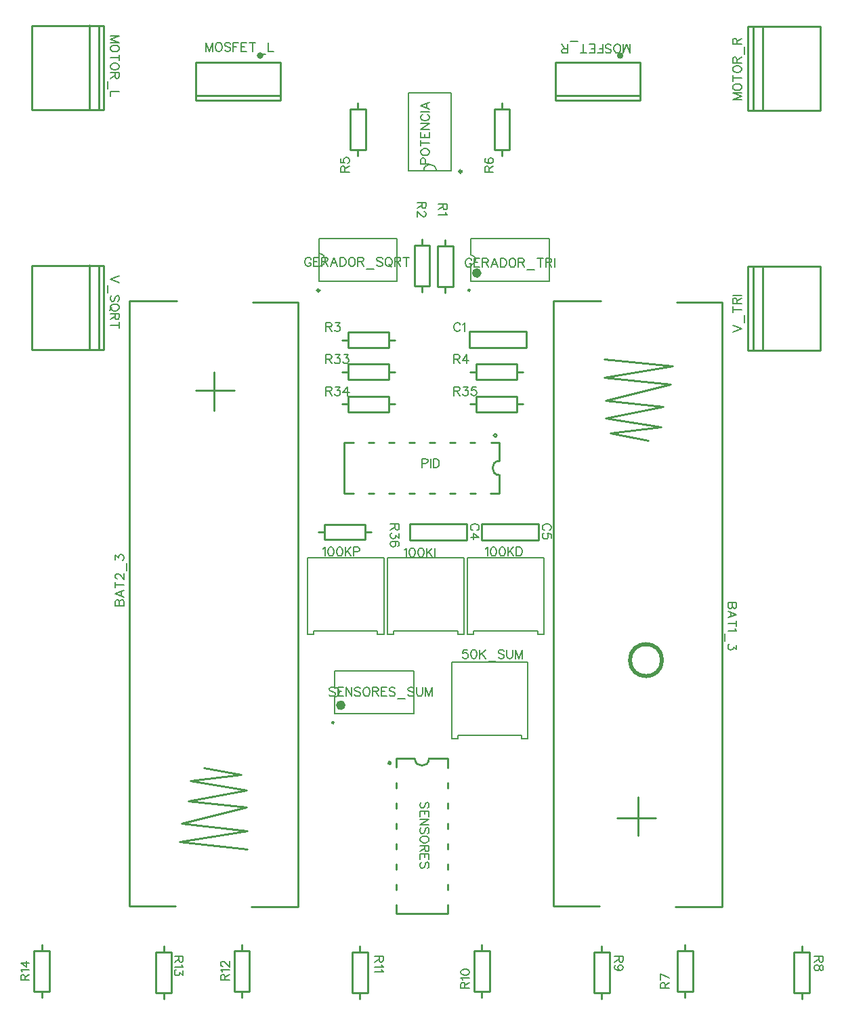
<source format=gto>
G04 Layer: TopSilkscreenLayer*
G04 EasyEDA v6.5.20, 2022-10-24 14:32:38*
G04 8d121422a4ac45e995a65f3fcbcb15b0,c6a1bf633b9a4ba285e4988a7d74c357,10*
G04 Gerber Generator version 0.2*
G04 Scale: 100 percent, Rotated: No, Reflected: No *
G04 Dimensions in millimeters *
G04 leading zeros omitted , absolute positions ,4 integer and 5 decimal *
%FSLAX45Y45*%
%MOMM*%

%ADD10C,0.1524*%
%ADD11C,0.2286*%
%ADD12C,0.2540*%
%ADD13C,0.2000*%
%ADD14C,0.2032*%
%ADD15C,0.2500*%
%ADD16C,0.6000*%
%ADD17C,0.2400*%
%ADD18C,0.4000*%
%ADD19C,0.5000*%
%ADD20C,0.3000*%
%ADD21C,0.0134*%

%LPD*%
D10*
X9799980Y1515336D02*
G01*
X9799980Y1406232D01*
X9799980Y1515336D02*
G01*
X9846739Y1515336D01*
X9862324Y1510141D01*
X9867521Y1504944D01*
X9872715Y1494553D01*
X9872715Y1484162D01*
X9867521Y1473771D01*
X9862324Y1468577D01*
X9846739Y1463382D01*
X9799980Y1463382D01*
X9836348Y1463382D02*
G01*
X9872715Y1406232D01*
X9958961Y1515336D02*
G01*
X9907005Y1442600D01*
X9984938Y1442600D01*
X9958961Y1515336D02*
G01*
X9958961Y1406232D01*
X8384694Y3800017D02*
G01*
X8493798Y3800017D01*
X8384694Y3800017D02*
G01*
X8384694Y3846776D01*
X8389889Y3862362D01*
X8395086Y3867558D01*
X8405477Y3872753D01*
X8415868Y3872753D01*
X8426259Y3867558D01*
X8431453Y3862362D01*
X8436648Y3846776D01*
X8436648Y3800017D01*
X8436648Y3836385D02*
G01*
X8493798Y3872753D01*
X8384694Y3969390D02*
G01*
X8384694Y3917434D01*
X8431453Y3912240D01*
X8426259Y3917434D01*
X8421062Y3933022D01*
X8421062Y3948607D01*
X8426259Y3964193D01*
X8436648Y3974584D01*
X8452236Y3979781D01*
X8462627Y3979781D01*
X8478212Y3974584D01*
X8488603Y3964193D01*
X8493798Y3948607D01*
X8493798Y3933022D01*
X8488603Y3917434D01*
X8483409Y3912240D01*
X8473018Y3907043D01*
X10184691Y3800043D02*
G01*
X10293794Y3800043D01*
X10184691Y3800043D02*
G01*
X10184691Y3846802D01*
X10189885Y3862387D01*
X10195082Y3867584D01*
X10205473Y3872778D01*
X10215864Y3872778D01*
X10226255Y3867584D01*
X10231450Y3862387D01*
X10236644Y3846802D01*
X10236644Y3800043D01*
X10236644Y3836410D02*
G01*
X10293794Y3872778D01*
X10200276Y3969415D02*
G01*
X10189885Y3964218D01*
X10184691Y3948633D01*
X10184691Y3938242D01*
X10189885Y3922656D01*
X10205473Y3912265D01*
X10231450Y3907068D01*
X10257426Y3907068D01*
X10278209Y3912265D01*
X10288600Y3922656D01*
X10293794Y3938242D01*
X10293794Y3943438D01*
X10288600Y3959024D01*
X10278209Y3969415D01*
X10262623Y3974609D01*
X10257426Y3974609D01*
X10241841Y3969415D01*
X10231450Y3959024D01*
X10226255Y3943438D01*
X10226255Y3938242D01*
X10231450Y3922656D01*
X10241841Y3912265D01*
X10257426Y3907068D01*
X8200009Y1515412D02*
G01*
X8200009Y1406309D01*
X8200009Y1515412D02*
G01*
X8246767Y1515412D01*
X8262353Y1510217D01*
X8267550Y1505021D01*
X8272744Y1494629D01*
X8272744Y1484238D01*
X8267550Y1473847D01*
X8262353Y1468653D01*
X8246767Y1463459D01*
X8200009Y1463459D01*
X8236376Y1463459D02*
G01*
X8272744Y1406309D01*
X8317425Y1515412D02*
G01*
X8374575Y1515412D01*
X8343404Y1473847D01*
X8358990Y1473847D01*
X8369381Y1468653D01*
X8374575Y1463459D01*
X8379772Y1447871D01*
X8379772Y1437479D01*
X8374575Y1421894D01*
X8364184Y1411503D01*
X8348598Y1406309D01*
X8333013Y1406309D01*
X8317425Y1411503D01*
X8312231Y1416697D01*
X8307034Y1427088D01*
X8424453Y1515412D02*
G01*
X8481603Y1515412D01*
X8450430Y1473847D01*
X8466015Y1473847D01*
X8476406Y1468653D01*
X8481603Y1463459D01*
X8486797Y1447871D01*
X8486797Y1437479D01*
X8481603Y1421894D01*
X8471212Y1411503D01*
X8455624Y1406309D01*
X8440038Y1406309D01*
X8424453Y1411503D01*
X8419256Y1416697D01*
X8414062Y1427088D01*
X8200059Y1115209D02*
G01*
X8200059Y1006106D01*
X8200059Y1115209D02*
G01*
X8246818Y1115209D01*
X8262404Y1110015D01*
X8267600Y1104818D01*
X8272795Y1094427D01*
X8272795Y1084036D01*
X8267600Y1073645D01*
X8262404Y1068451D01*
X8246818Y1063256D01*
X8200059Y1063256D01*
X8236427Y1063256D02*
G01*
X8272795Y1006106D01*
X8317476Y1115209D02*
G01*
X8374626Y1115209D01*
X8343455Y1073645D01*
X8359040Y1073645D01*
X8369432Y1068451D01*
X8374626Y1063256D01*
X8379823Y1047668D01*
X8379823Y1037277D01*
X8374626Y1021692D01*
X8364235Y1011301D01*
X8348649Y1006106D01*
X8333064Y1006106D01*
X8317476Y1011301D01*
X8312282Y1016495D01*
X8307085Y1026886D01*
X8466066Y1115209D02*
G01*
X8414113Y1042474D01*
X8492045Y1042474D01*
X8466066Y1115209D02*
G01*
X8466066Y1006106D01*
X9799980Y1115336D02*
G01*
X9799980Y1006233D01*
X9799980Y1115336D02*
G01*
X9846739Y1115336D01*
X9862324Y1110142D01*
X9867521Y1104945D01*
X9872715Y1094554D01*
X9872715Y1084163D01*
X9867521Y1073772D01*
X9862324Y1068577D01*
X9846739Y1063383D01*
X9799980Y1063383D01*
X9836348Y1063383D02*
G01*
X9872715Y1006233D01*
X9917396Y1115336D02*
G01*
X9974546Y1115336D01*
X9943376Y1073772D01*
X9958961Y1073772D01*
X9969352Y1068577D01*
X9974546Y1063383D01*
X9979743Y1047795D01*
X9979743Y1037404D01*
X9974546Y1021819D01*
X9964155Y1011427D01*
X9948570Y1006233D01*
X9932984Y1006233D01*
X9917396Y1011427D01*
X9912202Y1016622D01*
X9907005Y1027013D01*
X10076378Y1115336D02*
G01*
X10024424Y1115336D01*
X10019228Y1068577D01*
X10024424Y1073772D01*
X10040010Y1078969D01*
X10055595Y1078969D01*
X10071183Y1073772D01*
X10081574Y1063383D01*
X10086769Y1047795D01*
X10086769Y1037404D01*
X10081574Y1021819D01*
X10071183Y1011427D01*
X10055595Y1006233D01*
X10040010Y1006233D01*
X10024424Y1011427D01*
X10019228Y1016622D01*
X10014033Y1027013D01*
X9449838Y3416300D02*
G01*
X9340735Y3416300D01*
X9449838Y3416300D02*
G01*
X9449838Y3369541D01*
X9444644Y3353955D01*
X9439447Y3348758D01*
X9429056Y3343564D01*
X9418665Y3343564D01*
X9408274Y3348758D01*
X9403079Y3353955D01*
X9397885Y3369541D01*
X9397885Y3416300D01*
X9397885Y3379932D02*
G01*
X9340735Y3343564D01*
X9423862Y3304077D02*
G01*
X9429056Y3304077D01*
X9439447Y3298883D01*
X9444644Y3293686D01*
X9449838Y3283295D01*
X9449838Y3262515D01*
X9444644Y3252124D01*
X9439447Y3246927D01*
X9429056Y3241733D01*
X9418665Y3241733D01*
X9408274Y3246927D01*
X9392688Y3257318D01*
X9340735Y3309274D01*
X9340735Y3236536D01*
X9715319Y3399993D02*
G01*
X9606216Y3399993D01*
X9715319Y3399993D02*
G01*
X9715319Y3353234D01*
X9710125Y3337648D01*
X9704928Y3332452D01*
X9694537Y3327257D01*
X9684146Y3327257D01*
X9673755Y3332452D01*
X9668560Y3337648D01*
X9663366Y3353234D01*
X9663366Y3399993D01*
X9663366Y3363625D02*
G01*
X9606216Y3327257D01*
X9694537Y3292967D02*
G01*
X9699734Y3282576D01*
X9715319Y3266988D01*
X9606216Y3266988D01*
X9115320Y-599998D02*
G01*
X9006217Y-599998D01*
X9115320Y-599998D02*
G01*
X9115320Y-646757D01*
X9110126Y-662343D01*
X9104929Y-667539D01*
X9094538Y-672734D01*
X9084147Y-672734D01*
X9073756Y-667539D01*
X9068561Y-662343D01*
X9063367Y-646757D01*
X9063367Y-599998D01*
X9063367Y-636366D02*
G01*
X9006217Y-672734D01*
X9115320Y-717415D02*
G01*
X9115320Y-774565D01*
X9073756Y-743394D01*
X9073756Y-758979D01*
X9068561Y-769371D01*
X9063367Y-774565D01*
X9047779Y-779762D01*
X9037388Y-779762D01*
X9021803Y-774565D01*
X9011411Y-764174D01*
X9006217Y-748588D01*
X9006217Y-733003D01*
X9011411Y-717415D01*
X9016606Y-712221D01*
X9026997Y-707024D01*
X9099735Y-876396D02*
G01*
X9110126Y-871202D01*
X9115320Y-855614D01*
X9115320Y-845223D01*
X9110126Y-829637D01*
X9094538Y-819246D01*
X9068561Y-814052D01*
X9042585Y-814052D01*
X9021803Y-819246D01*
X9011411Y-829637D01*
X9006217Y-845223D01*
X9006217Y-850419D01*
X9011411Y-866005D01*
X9021803Y-876396D01*
X9037388Y-881593D01*
X9042585Y-881593D01*
X9058170Y-876396D01*
X9068561Y-866005D01*
X9073756Y-850419D01*
X9073756Y-845223D01*
X9068561Y-829637D01*
X9058170Y-819246D01*
X9042585Y-814052D01*
X13284657Y1799996D02*
G01*
X13393623Y1841652D01*
X13284657Y1883054D02*
G01*
X13393623Y1841652D01*
X13430199Y1917344D02*
G01*
X13430199Y2010816D01*
X13284657Y2081682D02*
G01*
X13393623Y2081682D01*
X13284657Y2045106D02*
G01*
X13284657Y2118004D01*
X13284657Y2152294D02*
G01*
X13393623Y2152294D01*
X13284657Y2152294D02*
G01*
X13284657Y2199030D01*
X13289737Y2214524D01*
X13295071Y2219858D01*
X13305485Y2224938D01*
X13315899Y2224938D01*
X13326313Y2219858D01*
X13331393Y2214524D01*
X13336473Y2199030D01*
X13336473Y2152294D01*
X13336473Y2188616D02*
G01*
X13393623Y2224938D01*
X13284657Y2259228D02*
G01*
X13393623Y2259228D01*
X5615304Y2499994D02*
G01*
X5506338Y2458338D01*
X5615304Y2416936D02*
G01*
X5506338Y2458338D01*
X5469763Y2382646D02*
G01*
X5469763Y2289175D01*
X5599811Y2181986D02*
G01*
X5610225Y2192401D01*
X5615304Y2207894D01*
X5615304Y2228722D01*
X5610225Y2244470D01*
X5599811Y2254884D01*
X5589397Y2254884D01*
X5578982Y2249551D01*
X5573648Y2244470D01*
X5568568Y2234056D01*
X5558154Y2202814D01*
X5553075Y2192401D01*
X5547740Y2187320D01*
X5537327Y2181986D01*
X5521832Y2181986D01*
X5511418Y2192401D01*
X5506338Y2207894D01*
X5506338Y2228722D01*
X5511418Y2244470D01*
X5521832Y2254884D01*
X5615304Y2116454D02*
G01*
X5610225Y2126868D01*
X5599811Y2137282D01*
X5589397Y2142617D01*
X5573648Y2147696D01*
X5547740Y2147696D01*
X5532247Y2142617D01*
X5521832Y2137282D01*
X5511418Y2126868D01*
X5506338Y2116454D01*
X5506338Y2095880D01*
X5511418Y2085467D01*
X5521832Y2075052D01*
X5532247Y2069718D01*
X5547740Y2064638D01*
X5573648Y2064638D01*
X5589397Y2069718D01*
X5599811Y2075052D01*
X5610225Y2085467D01*
X5615304Y2095880D01*
X5615304Y2116454D01*
X5526913Y2100960D02*
G01*
X5495925Y2069718D01*
X5615304Y2030348D02*
G01*
X5506338Y2030348D01*
X5615304Y2030348D02*
G01*
X5615304Y1983612D01*
X5610225Y1967864D01*
X5604890Y1962784D01*
X5594477Y1957704D01*
X5584063Y1957704D01*
X5573648Y1962784D01*
X5568568Y1967864D01*
X5563488Y1983612D01*
X5563488Y2030348D01*
X5563488Y1994026D02*
G01*
X5506338Y1957704D01*
X5615304Y1886838D02*
G01*
X5506338Y1886838D01*
X5615304Y1923414D02*
G01*
X5615304Y1850517D01*
X8314994Y-2656052D02*
G01*
X8304580Y-2645638D01*
X8289086Y-2640558D01*
X8268258Y-2640558D01*
X8252764Y-2645638D01*
X8242350Y-2656052D01*
X8242350Y-2666466D01*
X8247430Y-2676880D01*
X8252764Y-2682214D01*
X8263178Y-2687294D01*
X8294166Y-2697708D01*
X8304580Y-2702788D01*
X8309914Y-2708122D01*
X8314994Y-2718536D01*
X8314994Y-2734030D01*
X8304580Y-2744444D01*
X8289086Y-2749778D01*
X8268258Y-2749778D01*
X8252764Y-2744444D01*
X8242350Y-2734030D01*
X8349284Y-2640558D02*
G01*
X8349284Y-2749778D01*
X8349284Y-2640558D02*
G01*
X8416848Y-2640558D01*
X8349284Y-2692628D02*
G01*
X8390940Y-2692628D01*
X8349284Y-2749778D02*
G01*
X8416848Y-2749778D01*
X8451138Y-2640558D02*
G01*
X8451138Y-2749778D01*
X8451138Y-2640558D02*
G01*
X8523782Y-2749778D01*
X8523782Y-2640558D02*
G01*
X8523782Y-2749778D01*
X8630970Y-2656052D02*
G01*
X8620556Y-2645638D01*
X8605062Y-2640558D01*
X8584234Y-2640558D01*
X8568486Y-2645638D01*
X8558072Y-2656052D01*
X8558072Y-2666466D01*
X8563406Y-2676880D01*
X8568486Y-2682214D01*
X8578900Y-2687294D01*
X8610142Y-2697708D01*
X8620556Y-2702788D01*
X8625636Y-2708122D01*
X8630970Y-2718536D01*
X8630970Y-2734030D01*
X8620556Y-2744444D01*
X8605062Y-2749778D01*
X8584234Y-2749778D01*
X8568486Y-2744444D01*
X8558072Y-2734030D01*
X8696502Y-2640558D02*
G01*
X8686088Y-2645638D01*
X8675674Y-2656052D01*
X8670340Y-2666466D01*
X8665260Y-2682214D01*
X8665260Y-2708122D01*
X8670340Y-2723616D01*
X8675674Y-2734030D01*
X8686088Y-2744444D01*
X8696502Y-2749778D01*
X8717076Y-2749778D01*
X8727490Y-2744444D01*
X8737904Y-2734030D01*
X8743238Y-2723616D01*
X8748318Y-2708122D01*
X8748318Y-2682214D01*
X8743238Y-2666466D01*
X8737904Y-2656052D01*
X8727490Y-2645638D01*
X8717076Y-2640558D01*
X8696502Y-2640558D01*
X8782608Y-2640558D02*
G01*
X8782608Y-2749778D01*
X8782608Y-2640558D02*
G01*
X8829344Y-2640558D01*
X8845092Y-2645638D01*
X8850172Y-2650972D01*
X8855252Y-2661386D01*
X8855252Y-2671800D01*
X8850172Y-2682214D01*
X8845092Y-2687294D01*
X8829344Y-2692628D01*
X8782608Y-2692628D01*
X8818930Y-2692628D02*
G01*
X8855252Y-2749778D01*
X8889542Y-2640558D02*
G01*
X8889542Y-2749778D01*
X8889542Y-2640558D02*
G01*
X8957106Y-2640558D01*
X8889542Y-2692628D02*
G01*
X8931198Y-2692628D01*
X8889542Y-2749778D02*
G01*
X8957106Y-2749778D01*
X9064294Y-2656052D02*
G01*
X9053880Y-2645638D01*
X9038132Y-2640558D01*
X9017558Y-2640558D01*
X9001810Y-2645638D01*
X8991396Y-2656052D01*
X8991396Y-2666466D01*
X8996730Y-2676880D01*
X9001810Y-2682214D01*
X9012224Y-2687294D01*
X9043466Y-2697708D01*
X9053880Y-2702788D01*
X9058960Y-2708122D01*
X9064294Y-2718536D01*
X9064294Y-2734030D01*
X9053880Y-2744444D01*
X9038132Y-2749778D01*
X9017558Y-2749778D01*
X9001810Y-2744444D01*
X8991396Y-2734030D01*
X9098584Y-2786100D02*
G01*
X9192056Y-2786100D01*
X9298990Y-2656052D02*
G01*
X9288576Y-2645638D01*
X9273082Y-2640558D01*
X9252254Y-2640558D01*
X9236760Y-2645638D01*
X9226346Y-2656052D01*
X9226346Y-2666466D01*
X9231426Y-2676880D01*
X9236760Y-2682214D01*
X9247174Y-2687294D01*
X9278162Y-2697708D01*
X9288576Y-2702788D01*
X9293910Y-2708122D01*
X9298990Y-2718536D01*
X9298990Y-2734030D01*
X9288576Y-2744444D01*
X9273082Y-2749778D01*
X9252254Y-2749778D01*
X9236760Y-2744444D01*
X9226346Y-2734030D01*
X9333280Y-2640558D02*
G01*
X9333280Y-2718536D01*
X9338614Y-2734030D01*
X9349028Y-2744444D01*
X9364522Y-2749778D01*
X9374936Y-2749778D01*
X9390430Y-2744444D01*
X9400844Y-2734030D01*
X9406178Y-2718536D01*
X9406178Y-2640558D01*
X9440468Y-2640558D02*
G01*
X9440468Y-2749778D01*
X9440468Y-2640558D02*
G01*
X9481870Y-2749778D01*
X9523526Y-2640558D02*
G01*
X9481870Y-2749778D01*
X9523526Y-2640558D02*
G01*
X9523526Y-2749778D01*
X8199983Y1915312D02*
G01*
X8199983Y1806346D01*
X8199983Y1915312D02*
G01*
X8246719Y1915312D01*
X8262213Y1910232D01*
X8267547Y1904898D01*
X8272627Y1894484D01*
X8272627Y1884070D01*
X8267547Y1873656D01*
X8262213Y1868576D01*
X8246719Y1863496D01*
X8199983Y1863496D01*
X8236305Y1863496D02*
G01*
X8272627Y1806346D01*
X8317331Y1915312D02*
G01*
X8374481Y1915312D01*
X8343493Y1873656D01*
X8358987Y1873656D01*
X8369401Y1868576D01*
X8374481Y1863496D01*
X8379815Y1847748D01*
X8379815Y1837334D01*
X8374481Y1821840D01*
X8364067Y1811426D01*
X8348573Y1806346D01*
X8333079Y1806346D01*
X8317331Y1811426D01*
X8312251Y1816506D01*
X8306917Y1826920D01*
X9384667Y3899994D02*
G01*
X9493633Y3899994D01*
X9384667Y3899994D02*
G01*
X9384667Y3946730D01*
X9389747Y3962224D01*
X9395081Y3967558D01*
X9405495Y3972638D01*
X9420989Y3972638D01*
X9431403Y3967558D01*
X9436483Y3962224D01*
X9441817Y3946730D01*
X9441817Y3899994D01*
X9384667Y4038170D02*
G01*
X9389747Y4027756D01*
X9400161Y4017342D01*
X9410575Y4012262D01*
X9426323Y4006928D01*
X9452231Y4006928D01*
X9467725Y4012262D01*
X9478139Y4017342D01*
X9488553Y4027756D01*
X9493633Y4038170D01*
X9493633Y4058998D01*
X9488553Y4069412D01*
X9478139Y4079826D01*
X9467725Y4084906D01*
X9452231Y4090240D01*
X9426323Y4090240D01*
X9410575Y4084906D01*
X9400161Y4079826D01*
X9389747Y4069412D01*
X9384667Y4058998D01*
X9384667Y4038170D01*
X9384667Y4160852D02*
G01*
X9493633Y4160852D01*
X9384667Y4124530D02*
G01*
X9384667Y4197174D01*
X9384667Y4231464D02*
G01*
X9493633Y4231464D01*
X9384667Y4231464D02*
G01*
X9384667Y4299028D01*
X9436483Y4231464D02*
G01*
X9436483Y4273120D01*
X9493633Y4231464D02*
G01*
X9493633Y4299028D01*
X9384667Y4333318D02*
G01*
X9493633Y4333318D01*
X9384667Y4333318D02*
G01*
X9493633Y4405962D01*
X9384667Y4405962D02*
G01*
X9493633Y4405962D01*
X9410575Y4518230D02*
G01*
X9400161Y4513150D01*
X9389747Y4502736D01*
X9384667Y4492322D01*
X9384667Y4471494D01*
X9389747Y4461080D01*
X9400161Y4450666D01*
X9410575Y4445586D01*
X9426323Y4440252D01*
X9452231Y4440252D01*
X9467725Y4445586D01*
X9478139Y4450666D01*
X9488553Y4461080D01*
X9493633Y4471494D01*
X9493633Y4492322D01*
X9488553Y4502736D01*
X9478139Y4513150D01*
X9467725Y4518230D01*
X9384667Y4552520D02*
G01*
X9493633Y4552520D01*
X9384667Y4628466D02*
G01*
X9493633Y4586810D01*
X9384667Y4628466D02*
G01*
X9493633Y4669868D01*
X9457311Y4602304D02*
G01*
X9457311Y4654374D01*
X9399981Y215315D02*
G01*
X9399981Y106349D01*
X9399981Y215315D02*
G01*
X9446717Y215315D01*
X9462211Y210235D01*
X9467545Y204901D01*
X9472625Y194487D01*
X9472625Y178993D01*
X9467545Y168579D01*
X9462211Y163499D01*
X9446717Y158165D01*
X9399981Y158165D01*
X9506915Y215315D02*
G01*
X9506915Y106349D01*
X9541205Y215315D02*
G01*
X9541205Y106349D01*
X9541205Y215315D02*
G01*
X9577781Y215315D01*
X9593275Y210235D01*
X9603689Y199821D01*
X9608769Y189407D01*
X9614103Y173659D01*
X9614103Y147751D01*
X9608769Y132257D01*
X9603689Y121843D01*
X9593275Y111429D01*
X9577781Y106349D01*
X9541205Y106349D01*
X13284657Y4699990D02*
G01*
X13393623Y4699990D01*
X13284657Y4699990D02*
G01*
X13393623Y4741646D01*
X13284657Y4783048D02*
G01*
X13393623Y4741646D01*
X13284657Y4783048D02*
G01*
X13393623Y4783048D01*
X13284657Y4848580D02*
G01*
X13289737Y4838166D01*
X13300151Y4827752D01*
X13310565Y4822672D01*
X13326313Y4817338D01*
X13352221Y4817338D01*
X13367715Y4822672D01*
X13378129Y4827752D01*
X13388543Y4838166D01*
X13393623Y4848580D01*
X13393623Y4869408D01*
X13388543Y4879822D01*
X13378129Y4890236D01*
X13367715Y4895316D01*
X13352221Y4900650D01*
X13326313Y4900650D01*
X13310565Y4895316D01*
X13300151Y4890236D01*
X13289737Y4879822D01*
X13284657Y4869408D01*
X13284657Y4848580D01*
X13284657Y4971262D02*
G01*
X13393623Y4971262D01*
X13284657Y4934940D02*
G01*
X13284657Y5007584D01*
X13284657Y5073116D02*
G01*
X13289737Y5062702D01*
X13300151Y5052288D01*
X13310565Y5046954D01*
X13326313Y5041874D01*
X13352221Y5041874D01*
X13367715Y5046954D01*
X13378129Y5052288D01*
X13388543Y5062702D01*
X13393623Y5073116D01*
X13393623Y5093690D01*
X13388543Y5104104D01*
X13378129Y5114518D01*
X13367715Y5119852D01*
X13352221Y5124932D01*
X13326313Y5124932D01*
X13310565Y5119852D01*
X13300151Y5114518D01*
X13289737Y5104104D01*
X13284657Y5093690D01*
X13284657Y5073116D01*
X13284657Y5159222D02*
G01*
X13393623Y5159222D01*
X13284657Y5159222D02*
G01*
X13284657Y5205958D01*
X13289737Y5221706D01*
X13295071Y5226786D01*
X13305485Y5232120D01*
X13315899Y5232120D01*
X13326313Y5226786D01*
X13331393Y5221706D01*
X13336473Y5205958D01*
X13336473Y5159222D01*
X13336473Y5195544D02*
G01*
X13393623Y5232120D01*
X13430199Y5266410D02*
G01*
X13430199Y5359882D01*
X13284657Y5394172D02*
G01*
X13393623Y5394172D01*
X13284657Y5394172D02*
G01*
X13284657Y5440908D01*
X13289737Y5456402D01*
X13295071Y5461736D01*
X13305485Y5466816D01*
X13315899Y5466816D01*
X13326313Y5461736D01*
X13331393Y5456402D01*
X13336473Y5440908D01*
X13336473Y5394172D01*
X13336473Y5430494D02*
G01*
X13393623Y5466816D01*
X5615304Y5499988D02*
G01*
X5506338Y5499988D01*
X5615304Y5499988D02*
G01*
X5506338Y5458332D01*
X5615304Y5416930D02*
G01*
X5506338Y5458332D01*
X5615304Y5416930D02*
G01*
X5506338Y5416930D01*
X5615304Y5351398D02*
G01*
X5610225Y5361812D01*
X5599811Y5372226D01*
X5589397Y5377306D01*
X5573648Y5382640D01*
X5547740Y5382640D01*
X5532247Y5377306D01*
X5521832Y5372226D01*
X5511418Y5361812D01*
X5506338Y5351398D01*
X5506338Y5330570D01*
X5511418Y5320156D01*
X5521832Y5309742D01*
X5532247Y5304662D01*
X5547740Y5299328D01*
X5573648Y5299328D01*
X5589397Y5304662D01*
X5599811Y5309742D01*
X5610225Y5320156D01*
X5615304Y5330570D01*
X5615304Y5351398D01*
X5615304Y5228717D02*
G01*
X5506338Y5228717D01*
X5615304Y5265038D02*
G01*
X5615304Y5192394D01*
X5615304Y5126862D02*
G01*
X5610225Y5137276D01*
X5599811Y5147690D01*
X5589397Y5153025D01*
X5573648Y5158104D01*
X5547740Y5158104D01*
X5532247Y5153025D01*
X5521832Y5147690D01*
X5511418Y5137276D01*
X5506338Y5126862D01*
X5506338Y5106288D01*
X5511418Y5095875D01*
X5521832Y5085460D01*
X5532247Y5080126D01*
X5547740Y5075046D01*
X5573648Y5075046D01*
X5589397Y5080126D01*
X5599811Y5085460D01*
X5610225Y5095875D01*
X5615304Y5106288D01*
X5615304Y5126862D01*
X5615304Y5040756D02*
G01*
X5506338Y5040756D01*
X5615304Y5040756D02*
G01*
X5615304Y4994020D01*
X5610225Y4978272D01*
X5604890Y4973192D01*
X5594477Y4967859D01*
X5584063Y4967859D01*
X5573648Y4973192D01*
X5568568Y4978272D01*
X5563488Y4994020D01*
X5563488Y5040756D01*
X5563488Y5004434D02*
G01*
X5506338Y4967859D01*
X5469763Y4933568D02*
G01*
X5469763Y4840096D01*
X5615304Y4805806D02*
G01*
X5506338Y4805806D01*
X5506338Y4805806D02*
G01*
X5506338Y4743576D01*
X11999975Y5284673D02*
G01*
X11999975Y5393639D01*
X11999975Y5284673D02*
G01*
X11958320Y5393639D01*
X11916918Y5284673D02*
G01*
X11958320Y5393639D01*
X11916918Y5284673D02*
G01*
X11916918Y5393639D01*
X11851386Y5284673D02*
G01*
X11861800Y5289753D01*
X11872213Y5300167D01*
X11877293Y5310581D01*
X11882627Y5326329D01*
X11882627Y5352237D01*
X11877293Y5367731D01*
X11872213Y5378145D01*
X11861800Y5388559D01*
X11851386Y5393639D01*
X11830557Y5393639D01*
X11820143Y5388559D01*
X11809729Y5378145D01*
X11804650Y5367731D01*
X11799315Y5352237D01*
X11799315Y5326329D01*
X11804650Y5310581D01*
X11809729Y5300167D01*
X11820143Y5289753D01*
X11830557Y5284673D01*
X11851386Y5284673D01*
X11692381Y5300167D02*
G01*
X11702795Y5289753D01*
X11718289Y5284673D01*
X11739118Y5284673D01*
X11754865Y5289753D01*
X11765025Y5300167D01*
X11765025Y5310581D01*
X11759945Y5320995D01*
X11754865Y5326329D01*
X11744452Y5331409D01*
X11713209Y5341823D01*
X11702795Y5346903D01*
X11697715Y5352237D01*
X11692381Y5362651D01*
X11692381Y5378145D01*
X11702795Y5388559D01*
X11718289Y5393639D01*
X11739118Y5393639D01*
X11754865Y5388559D01*
X11765025Y5378145D01*
X11658091Y5284673D02*
G01*
X11658091Y5393639D01*
X11658091Y5284673D02*
G01*
X11590527Y5284673D01*
X11658091Y5336489D02*
G01*
X11616436Y5336489D01*
X11556238Y5284673D02*
G01*
X11556238Y5393639D01*
X11556238Y5284673D02*
G01*
X11488673Y5284673D01*
X11556238Y5336489D02*
G01*
X11514836Y5336489D01*
X11556238Y5393639D02*
G01*
X11488673Y5393639D01*
X11418061Y5284673D02*
G01*
X11418061Y5393639D01*
X11454384Y5284673D02*
G01*
X11381739Y5284673D01*
X11347450Y5430215D02*
G01*
X11253977Y5430215D01*
X11219688Y5284673D02*
G01*
X11219688Y5393639D01*
X11219688Y5284673D02*
G01*
X11172952Y5284673D01*
X11157204Y5289753D01*
X11152123Y5295087D01*
X11146789Y5305501D01*
X11146789Y5315915D01*
X11152123Y5326329D01*
X11157204Y5331409D01*
X11172952Y5336489D01*
X11219688Y5336489D01*
X11183365Y5336489D02*
G01*
X11146789Y5393639D01*
X6699986Y5415305D02*
G01*
X6699986Y5306339D01*
X6699986Y5415305D02*
G01*
X6741642Y5306339D01*
X6783044Y5415305D02*
G01*
X6741642Y5306339D01*
X6783044Y5415305D02*
G01*
X6783044Y5306339D01*
X6848576Y5415305D02*
G01*
X6838162Y5410225D01*
X6827748Y5399811D01*
X6822668Y5389397D01*
X6817334Y5373649D01*
X6817334Y5347741D01*
X6822668Y5332247D01*
X6827748Y5321833D01*
X6838162Y5311419D01*
X6848576Y5306339D01*
X6869404Y5306339D01*
X6879818Y5311419D01*
X6890232Y5321833D01*
X6895312Y5332247D01*
X6900646Y5347741D01*
X6900646Y5373649D01*
X6895312Y5389397D01*
X6890232Y5399811D01*
X6879818Y5410225D01*
X6869404Y5415305D01*
X6848576Y5415305D01*
X7007580Y5399811D02*
G01*
X6997166Y5410225D01*
X6981672Y5415305D01*
X6960844Y5415305D01*
X6945096Y5410225D01*
X6934936Y5399811D01*
X6934936Y5389397D01*
X6940016Y5378983D01*
X6945096Y5373649D01*
X6955510Y5368569D01*
X6986752Y5358155D01*
X6997166Y5353075D01*
X7002246Y5347741D01*
X7007580Y5337327D01*
X7007580Y5321833D01*
X6997166Y5311419D01*
X6981672Y5306339D01*
X6960844Y5306339D01*
X6945096Y5311419D01*
X6934936Y5321833D01*
X7041870Y5415305D02*
G01*
X7041870Y5306339D01*
X7041870Y5415305D02*
G01*
X7109434Y5415305D01*
X7041870Y5363489D02*
G01*
X7083526Y5363489D01*
X7143724Y5415305D02*
G01*
X7143724Y5306339D01*
X7143724Y5415305D02*
G01*
X7211288Y5415305D01*
X7143724Y5363489D02*
G01*
X7185126Y5363489D01*
X7143724Y5306339D02*
G01*
X7211288Y5306339D01*
X7281900Y5415305D02*
G01*
X7281900Y5306339D01*
X7245578Y5415305D02*
G01*
X7318222Y5415305D01*
X7352512Y5269763D02*
G01*
X7445984Y5269763D01*
X7480274Y5415305D02*
G01*
X7480274Y5306339D01*
X7480274Y5306339D02*
G01*
X7542758Y5306339D01*
X10022077Y2692907D02*
G01*
X10016743Y2703321D01*
X10006329Y2713735D01*
X9996170Y2718815D01*
X9975341Y2718815D01*
X9964927Y2713735D01*
X9954513Y2703321D01*
X9949179Y2692907D01*
X9944100Y2677159D01*
X9944100Y2651251D01*
X9949179Y2635757D01*
X9954513Y2625343D01*
X9964927Y2614929D01*
X9975341Y2609850D01*
X9996170Y2609850D01*
X10006329Y2614929D01*
X10016743Y2625343D01*
X10022077Y2635757D01*
X10022077Y2651251D01*
X9996170Y2651251D02*
G01*
X10022077Y2651251D01*
X10056368Y2718815D02*
G01*
X10056368Y2609850D01*
X10056368Y2718815D02*
G01*
X10123931Y2718815D01*
X10056368Y2667000D02*
G01*
X10097770Y2667000D01*
X10056368Y2609850D02*
G01*
X10123931Y2609850D01*
X10158222Y2718815D02*
G01*
X10158222Y2609850D01*
X10158222Y2718815D02*
G01*
X10204957Y2718815D01*
X10220452Y2713735D01*
X10225786Y2708401D01*
X10230865Y2697987D01*
X10230865Y2687573D01*
X10225786Y2677159D01*
X10220452Y2672079D01*
X10204957Y2667000D01*
X10158222Y2667000D01*
X10194543Y2667000D02*
G01*
X10230865Y2609850D01*
X10306811Y2718815D02*
G01*
X10265156Y2609850D01*
X10306811Y2718815D02*
G01*
X10348213Y2609850D01*
X10280650Y2646171D02*
G01*
X10332720Y2646171D01*
X10382504Y2718815D02*
G01*
X10382504Y2609850D01*
X10382504Y2718815D02*
G01*
X10419079Y2718815D01*
X10434573Y2713735D01*
X10444988Y2703321D01*
X10450068Y2692907D01*
X10455402Y2677159D01*
X10455402Y2651251D01*
X10450068Y2635757D01*
X10444988Y2625343D01*
X10434573Y2614929D01*
X10419079Y2609850D01*
X10382504Y2609850D01*
X10520679Y2718815D02*
G01*
X10510520Y2713735D01*
X10500106Y2703321D01*
X10494772Y2692907D01*
X10489691Y2677159D01*
X10489691Y2651251D01*
X10494772Y2635757D01*
X10500106Y2625343D01*
X10510520Y2614929D01*
X10520679Y2609850D01*
X10541507Y2609850D01*
X10551922Y2614929D01*
X10562336Y2625343D01*
X10567670Y2635757D01*
X10572750Y2651251D01*
X10572750Y2677159D01*
X10567670Y2692907D01*
X10562336Y2703321D01*
X10551922Y2713735D01*
X10541507Y2718815D01*
X10520679Y2718815D01*
X10607039Y2718815D02*
G01*
X10607039Y2609850D01*
X10607039Y2718815D02*
G01*
X10653775Y2718815D01*
X10669270Y2713735D01*
X10674604Y2708401D01*
X10679684Y2697987D01*
X10679684Y2687573D01*
X10674604Y2677159D01*
X10669270Y2672079D01*
X10653775Y2667000D01*
X10607039Y2667000D01*
X10643361Y2667000D02*
G01*
X10679684Y2609850D01*
X10713973Y2573273D02*
G01*
X10807700Y2573273D01*
X10878311Y2718815D02*
G01*
X10878311Y2609850D01*
X10841989Y2718815D02*
G01*
X10914634Y2718815D01*
X10948923Y2718815D02*
G01*
X10948923Y2609850D01*
X10948923Y2718815D02*
G01*
X10995659Y2718815D01*
X11011154Y2713735D01*
X11016488Y2708401D01*
X11021568Y2697987D01*
X11021568Y2687573D01*
X11016488Y2677159D01*
X11011154Y2672079D01*
X10995659Y2667000D01*
X10948923Y2667000D01*
X10985245Y2667000D02*
G01*
X11021568Y2609850D01*
X11055857Y2718815D02*
G01*
X11055857Y2609850D01*
X8015477Y2705607D02*
G01*
X8010143Y2716021D01*
X7999729Y2726435D01*
X7989570Y2731515D01*
X7968741Y2731515D01*
X7958327Y2726435D01*
X7947913Y2716021D01*
X7942579Y2705607D01*
X7937500Y2689859D01*
X7937500Y2663951D01*
X7942579Y2648457D01*
X7947913Y2638043D01*
X7958327Y2627629D01*
X7968741Y2622550D01*
X7989570Y2622550D01*
X7999729Y2627629D01*
X8010143Y2638043D01*
X8015477Y2648457D01*
X8015477Y2663951D01*
X7989570Y2663951D02*
G01*
X8015477Y2663951D01*
X8049768Y2731515D02*
G01*
X8049768Y2622550D01*
X8049768Y2731515D02*
G01*
X8117331Y2731515D01*
X8049768Y2679700D02*
G01*
X8091170Y2679700D01*
X8049768Y2622550D02*
G01*
X8117331Y2622550D01*
X8151622Y2731515D02*
G01*
X8151622Y2622550D01*
X8151622Y2731515D02*
G01*
X8198357Y2731515D01*
X8213852Y2726435D01*
X8219186Y2721101D01*
X8224265Y2710687D01*
X8224265Y2700273D01*
X8219186Y2689859D01*
X8213852Y2684779D01*
X8198357Y2679700D01*
X8151622Y2679700D01*
X8187943Y2679700D02*
G01*
X8224265Y2622550D01*
X8300211Y2731515D02*
G01*
X8258556Y2622550D01*
X8300211Y2731515D02*
G01*
X8341613Y2622550D01*
X8274050Y2658871D02*
G01*
X8326120Y2658871D01*
X8375904Y2731515D02*
G01*
X8375904Y2622550D01*
X8375904Y2731515D02*
G01*
X8412479Y2731515D01*
X8427973Y2726435D01*
X8438388Y2716021D01*
X8443468Y2705607D01*
X8448802Y2689859D01*
X8448802Y2663951D01*
X8443468Y2648457D01*
X8438388Y2638043D01*
X8427973Y2627629D01*
X8412479Y2622550D01*
X8375904Y2622550D01*
X8514079Y2731515D02*
G01*
X8503920Y2726435D01*
X8493506Y2716021D01*
X8488172Y2705607D01*
X8483091Y2689859D01*
X8483091Y2663951D01*
X8488172Y2648457D01*
X8493506Y2638043D01*
X8503920Y2627629D01*
X8514079Y2622550D01*
X8534907Y2622550D01*
X8545322Y2627629D01*
X8555736Y2638043D01*
X8561070Y2648457D01*
X8566150Y2663951D01*
X8566150Y2689859D01*
X8561070Y2705607D01*
X8555736Y2716021D01*
X8545322Y2726435D01*
X8534907Y2731515D01*
X8514079Y2731515D01*
X8600439Y2731515D02*
G01*
X8600439Y2622550D01*
X8600439Y2731515D02*
G01*
X8647175Y2731515D01*
X8662670Y2726435D01*
X8668004Y2721101D01*
X8673084Y2710687D01*
X8673084Y2700273D01*
X8668004Y2689859D01*
X8662670Y2684779D01*
X8647175Y2679700D01*
X8600439Y2679700D01*
X8636761Y2679700D02*
G01*
X8673084Y2622550D01*
X8707373Y2585973D02*
G01*
X8801100Y2585973D01*
X8908034Y2716021D02*
G01*
X8897620Y2726435D01*
X8882125Y2731515D01*
X8861297Y2731515D01*
X8845550Y2726435D01*
X8835389Y2716021D01*
X8835389Y2705607D01*
X8840470Y2695193D01*
X8845550Y2689859D01*
X8855963Y2684779D01*
X8887206Y2674365D01*
X8897620Y2669285D01*
X8902700Y2663951D01*
X8908034Y2653537D01*
X8908034Y2638043D01*
X8897620Y2627629D01*
X8882125Y2622550D01*
X8861297Y2622550D01*
X8845550Y2627629D01*
X8835389Y2638043D01*
X8973565Y2731515D02*
G01*
X8963152Y2726435D01*
X8952738Y2716021D01*
X8947404Y2705607D01*
X8942323Y2689859D01*
X8942323Y2663951D01*
X8947404Y2648457D01*
X8952738Y2638043D01*
X8963152Y2627629D01*
X8973565Y2622550D01*
X8994139Y2622550D01*
X9004554Y2627629D01*
X9014968Y2638043D01*
X9020302Y2648457D01*
X9025381Y2663951D01*
X9025381Y2689859D01*
X9020302Y2705607D01*
X9014968Y2716021D01*
X9004554Y2726435D01*
X8994139Y2731515D01*
X8973565Y2731515D01*
X8989059Y2643123D02*
G01*
X9020302Y2612135D01*
X9059672Y2731515D02*
G01*
X9059672Y2622550D01*
X9059672Y2731515D02*
G01*
X9106407Y2731515D01*
X9122156Y2726435D01*
X9127236Y2721101D01*
X9132570Y2710687D01*
X9132570Y2700273D01*
X9127236Y2689859D01*
X9122156Y2684779D01*
X9106407Y2679700D01*
X9059672Y2679700D01*
X9095993Y2679700D02*
G01*
X9132570Y2622550D01*
X9203181Y2731515D02*
G01*
X9203181Y2622550D01*
X9166859Y2731515D02*
G01*
X9239504Y2731515D01*
X10989386Y-677976D02*
G01*
X10999800Y-672642D01*
X11010214Y-662228D01*
X11015294Y-652068D01*
X11015294Y-631240D01*
X11010214Y-620826D01*
X10999800Y-610412D01*
X10989386Y-605078D01*
X10973638Y-599998D01*
X10947730Y-599998D01*
X10932236Y-605078D01*
X10921822Y-610412D01*
X10911408Y-620826D01*
X10906328Y-631240D01*
X10906328Y-652068D01*
X10911408Y-662228D01*
X10921822Y-672642D01*
X10932236Y-677976D01*
X11015294Y-774496D02*
G01*
X11015294Y-722680D01*
X10968558Y-717346D01*
X10973638Y-722680D01*
X10978972Y-738174D01*
X10978972Y-753668D01*
X10973638Y-769416D01*
X10963478Y-779830D01*
X10947730Y-784910D01*
X10937316Y-784910D01*
X10921822Y-779830D01*
X10911408Y-769416D01*
X10906328Y-753668D01*
X10906328Y-738174D01*
X10911408Y-722680D01*
X10916488Y-717346D01*
X10926902Y-712266D01*
X10089388Y-677976D02*
G01*
X10099802Y-672642D01*
X10110215Y-662228D01*
X10115295Y-652068D01*
X10115295Y-631240D01*
X10110215Y-620826D01*
X10099802Y-610412D01*
X10089388Y-605078D01*
X10073639Y-599998D01*
X10047731Y-599998D01*
X10032238Y-605078D01*
X10021823Y-610412D01*
X10011409Y-620826D01*
X10006329Y-631240D01*
X10006329Y-652068D01*
X10011409Y-662228D01*
X10021823Y-672642D01*
X10032238Y-677976D01*
X10115295Y-764082D02*
G01*
X10042652Y-712266D01*
X10042652Y-790244D01*
X10115295Y-764082D02*
G01*
X10006329Y-764082D01*
X9877958Y1889404D02*
G01*
X9872624Y1899818D01*
X9862210Y1910232D01*
X9852050Y1915312D01*
X9831222Y1915312D01*
X9820808Y1910232D01*
X9810394Y1899818D01*
X9805060Y1889404D01*
X9799980Y1873656D01*
X9799980Y1847748D01*
X9805060Y1832254D01*
X9810394Y1821840D01*
X9820808Y1811426D01*
X9831222Y1806346D01*
X9852050Y1806346D01*
X9862210Y1811426D01*
X9872624Y1821840D01*
X9877958Y1832254D01*
X9912248Y1894484D02*
G01*
X9922662Y1899818D01*
X9938156Y1915312D01*
X9938156Y1806346D01*
X5567070Y-1620202D02*
G01*
X5676036Y-1620202D01*
X5567070Y-1620202D02*
G01*
X5567070Y-1573466D01*
X5572150Y-1557972D01*
X5577484Y-1552638D01*
X5587898Y-1547558D01*
X5598312Y-1547558D01*
X5608726Y-1552638D01*
X5613806Y-1557972D01*
X5618886Y-1573466D01*
X5618886Y-1620202D02*
G01*
X5618886Y-1573466D01*
X5624220Y-1557972D01*
X5629300Y-1552638D01*
X5639714Y-1547558D01*
X5655462Y-1547558D01*
X5665876Y-1552638D01*
X5670956Y-1557972D01*
X5676036Y-1573466D01*
X5676036Y-1620202D01*
X5567070Y-1471612D02*
G01*
X5676036Y-1513268D01*
X5567070Y-1471612D02*
G01*
X5676036Y-1429956D01*
X5639714Y-1497520D02*
G01*
X5639714Y-1445704D01*
X5567070Y-1359344D02*
G01*
X5676036Y-1359344D01*
X5567070Y-1395666D02*
G01*
X5567070Y-1323022D01*
X5592978Y-1283652D02*
G01*
X5587898Y-1283652D01*
X5577484Y-1278318D01*
X5572150Y-1273238D01*
X5567070Y-1262824D01*
X5567070Y-1241996D01*
X5572150Y-1231582D01*
X5577484Y-1226502D01*
X5587898Y-1221168D01*
X5598312Y-1221168D01*
X5608726Y-1226502D01*
X5624220Y-1236662D01*
X5676036Y-1288732D01*
X5676036Y-1216088D01*
X5712612Y-1181798D02*
G01*
X5712612Y-1088072D01*
X5567070Y-1043622D02*
G01*
X5567070Y-986472D01*
X5608726Y-1017460D01*
X5608726Y-1001966D01*
X5613806Y-991552D01*
X5618886Y-986472D01*
X5634634Y-981138D01*
X5645048Y-981138D01*
X5660542Y-986472D01*
X5670956Y-996632D01*
X5676036Y-1012380D01*
X5676036Y-1027874D01*
X5670956Y-1043622D01*
X5665876Y-1048702D01*
X5655462Y-1053782D01*
X13332891Y-1579791D02*
G01*
X13223925Y-1579791D01*
X13332891Y-1579791D02*
G01*
X13332891Y-1626527D01*
X13327811Y-1642021D01*
X13322477Y-1647355D01*
X13312063Y-1652435D01*
X13301649Y-1652435D01*
X13291235Y-1647355D01*
X13286155Y-1642021D01*
X13281075Y-1626527D01*
X13281075Y-1579791D02*
G01*
X13281075Y-1626527D01*
X13275741Y-1642021D01*
X13270661Y-1647355D01*
X13260247Y-1652435D01*
X13244499Y-1652435D01*
X13234085Y-1647355D01*
X13229005Y-1642021D01*
X13223925Y-1626527D01*
X13223925Y-1579791D01*
X13332891Y-1728381D02*
G01*
X13223925Y-1686725D01*
X13332891Y-1728381D02*
G01*
X13223925Y-1770037D01*
X13260247Y-1702473D02*
G01*
X13260247Y-1754289D01*
X13332891Y-1840649D02*
G01*
X13223925Y-1840649D01*
X13332891Y-1804327D02*
G01*
X13332891Y-1876971D01*
X13312063Y-1911261D02*
G01*
X13317397Y-1921675D01*
X13332891Y-1937169D01*
X13223925Y-1937169D01*
X13187349Y-1971459D02*
G01*
X13187349Y-2064931D01*
X13332891Y-2109635D02*
G01*
X13332891Y-2166785D01*
X13291235Y-2135797D01*
X13291235Y-2151291D01*
X13286155Y-2161705D01*
X13281075Y-2166785D01*
X13265327Y-2172119D01*
X13254913Y-2172119D01*
X13239419Y-2166785D01*
X13229005Y-2156371D01*
X13223925Y-2140877D01*
X13223925Y-2125383D01*
X13229005Y-2109635D01*
X13234085Y-2104555D01*
X13244499Y-2099221D01*
X8166150Y-908634D02*
G01*
X8176564Y-903554D01*
X8192058Y-888060D01*
X8192058Y-997026D01*
X8257590Y-888060D02*
G01*
X8241842Y-893140D01*
X8231682Y-908634D01*
X8226348Y-934796D01*
X8226348Y-950290D01*
X8231682Y-976198D01*
X8241842Y-991946D01*
X8257590Y-997026D01*
X8268004Y-997026D01*
X8283498Y-991946D01*
X8293912Y-976198D01*
X8298992Y-950290D01*
X8298992Y-934796D01*
X8293912Y-908634D01*
X8283498Y-893140D01*
X8268004Y-888060D01*
X8257590Y-888060D01*
X8364524Y-888060D02*
G01*
X8349030Y-893140D01*
X8338616Y-908634D01*
X8333282Y-934796D01*
X8333282Y-950290D01*
X8338616Y-976198D01*
X8349030Y-991946D01*
X8364524Y-997026D01*
X8374938Y-997026D01*
X8390432Y-991946D01*
X8400846Y-976198D01*
X8406180Y-950290D01*
X8406180Y-934796D01*
X8400846Y-908634D01*
X8390432Y-893140D01*
X8374938Y-888060D01*
X8364524Y-888060D01*
X8440470Y-888060D02*
G01*
X8440470Y-997026D01*
X8513114Y-888060D02*
G01*
X8440470Y-960704D01*
X8466378Y-934796D02*
G01*
X8513114Y-997026D01*
X8547404Y-888060D02*
G01*
X8547404Y-997026D01*
X8547404Y-888060D02*
G01*
X8594140Y-888060D01*
X8609888Y-893140D01*
X8614968Y-898474D01*
X8620302Y-908634D01*
X8620302Y-924382D01*
X8614968Y-934796D01*
X8609888Y-939876D01*
X8594140Y-945210D01*
X8547404Y-945210D01*
X9181998Y-921334D02*
G01*
X9192412Y-916254D01*
X9208160Y-900760D01*
X9208160Y-1009726D01*
X9273438Y-900760D02*
G01*
X9257944Y-905840D01*
X9247530Y-921334D01*
X9242450Y-947496D01*
X9242450Y-962990D01*
X9247530Y-988898D01*
X9257944Y-1004646D01*
X9273438Y-1009726D01*
X9283852Y-1009726D01*
X9299600Y-1004646D01*
X9310014Y-988898D01*
X9315094Y-962990D01*
X9315094Y-947496D01*
X9310014Y-921334D01*
X9299600Y-905840D01*
X9283852Y-900760D01*
X9273438Y-900760D01*
X9380626Y-900760D02*
G01*
X9364878Y-905840D01*
X9354464Y-921334D01*
X9349384Y-947496D01*
X9349384Y-962990D01*
X9354464Y-988898D01*
X9364878Y-1004646D01*
X9380626Y-1009726D01*
X9391040Y-1009726D01*
X9406534Y-1004646D01*
X9416948Y-988898D01*
X9422028Y-962990D01*
X9422028Y-947496D01*
X9416948Y-921334D01*
X9406534Y-905840D01*
X9391040Y-900760D01*
X9380626Y-900760D01*
X9456318Y-900760D02*
G01*
X9456318Y-1009726D01*
X9529216Y-900760D02*
G01*
X9456318Y-973404D01*
X9482480Y-947496D02*
G01*
X9529216Y-1009726D01*
X9563506Y-900760D02*
G01*
X9563506Y-1009726D01*
X10198074Y-908761D02*
G01*
X10208488Y-903427D01*
X10223982Y-887933D01*
X10223982Y-997153D01*
X10289514Y-887933D02*
G01*
X10274020Y-893267D01*
X10263606Y-908761D01*
X10258272Y-934669D01*
X10258272Y-950417D01*
X10263606Y-976325D01*
X10274020Y-991819D01*
X10289514Y-997153D01*
X10299928Y-997153D01*
X10315422Y-991819D01*
X10325836Y-976325D01*
X10331170Y-950417D01*
X10331170Y-934669D01*
X10325836Y-908761D01*
X10315422Y-893267D01*
X10299928Y-887933D01*
X10289514Y-887933D01*
X10396448Y-887933D02*
G01*
X10380954Y-893267D01*
X10370540Y-908761D01*
X10365460Y-934669D01*
X10365460Y-950417D01*
X10370540Y-976325D01*
X10380954Y-991819D01*
X10396448Y-997153D01*
X10406862Y-997153D01*
X10422610Y-991819D01*
X10433024Y-976325D01*
X10438104Y-950417D01*
X10438104Y-934669D01*
X10433024Y-908761D01*
X10422610Y-893267D01*
X10406862Y-887933D01*
X10396448Y-887933D01*
X10472394Y-887933D02*
G01*
X10472394Y-997153D01*
X10545038Y-887933D02*
G01*
X10472394Y-960577D01*
X10498302Y-934669D02*
G01*
X10545038Y-997153D01*
X10579328Y-887933D02*
G01*
X10579328Y-997153D01*
X10579328Y-887933D02*
G01*
X10615904Y-887933D01*
X10631398Y-893267D01*
X10641812Y-903427D01*
X10646892Y-913841D01*
X10652226Y-929589D01*
X10652226Y-955497D01*
X10646892Y-970991D01*
X10641812Y-981405D01*
X10631398Y-991819D01*
X10615904Y-997153D01*
X10579328Y-997153D01*
X9968229Y-2170684D02*
G01*
X9916413Y-2170684D01*
X9911079Y-2217420D01*
X9916413Y-2212340D01*
X9931907Y-2207006D01*
X9947656Y-2207006D01*
X9963150Y-2212340D01*
X9973563Y-2222500D01*
X9978643Y-2238248D01*
X9978643Y-2248662D01*
X9973563Y-2264156D01*
X9963150Y-2274570D01*
X9947656Y-2279650D01*
X9931907Y-2279650D01*
X9916413Y-2274570D01*
X9911079Y-2269490D01*
X9906000Y-2259076D01*
X10044175Y-2170684D02*
G01*
X10028681Y-2175764D01*
X10018268Y-2191512D01*
X10012934Y-2217420D01*
X10012934Y-2232914D01*
X10018268Y-2259076D01*
X10028681Y-2274570D01*
X10044175Y-2279650D01*
X10054589Y-2279650D01*
X10070084Y-2274570D01*
X10080497Y-2259076D01*
X10085831Y-2232914D01*
X10085831Y-2217420D01*
X10080497Y-2191512D01*
X10070084Y-2175764D01*
X10054589Y-2170684D01*
X10044175Y-2170684D01*
X10120122Y-2170684D02*
G01*
X10120122Y-2279650D01*
X10192765Y-2170684D02*
G01*
X10120122Y-2243328D01*
X10146029Y-2217420D02*
G01*
X10192765Y-2279650D01*
X10227056Y-2316226D02*
G01*
X10320527Y-2316226D01*
X10427715Y-2186178D02*
G01*
X10417302Y-2175764D01*
X10401554Y-2170684D01*
X10380979Y-2170684D01*
X10365231Y-2175764D01*
X10354818Y-2186178D01*
X10354818Y-2196592D01*
X10360152Y-2207006D01*
X10365231Y-2212340D01*
X10375645Y-2217420D01*
X10406888Y-2227834D01*
X10417302Y-2232914D01*
X10422381Y-2238248D01*
X10427715Y-2248662D01*
X10427715Y-2264156D01*
X10417302Y-2274570D01*
X10401554Y-2279650D01*
X10380979Y-2279650D01*
X10365231Y-2274570D01*
X10354818Y-2264156D01*
X10462006Y-2170684D02*
G01*
X10462006Y-2248662D01*
X10467086Y-2264156D01*
X10477500Y-2274570D01*
X10492993Y-2279650D01*
X10503407Y-2279650D01*
X10519156Y-2274570D01*
X10529570Y-2264156D01*
X10534650Y-2248662D01*
X10534650Y-2170684D01*
X10568939Y-2170684D02*
G01*
X10568939Y-2279650D01*
X10568939Y-2170684D02*
G01*
X10610595Y-2279650D01*
X10651997Y-2170684D02*
G01*
X10610595Y-2279650D01*
X10651997Y-2170684D02*
G01*
X10651997Y-2279650D01*
X12384659Y-6399987D02*
G01*
X12493625Y-6399987D01*
X12384659Y-6399987D02*
G01*
X12384659Y-6353251D01*
X12389738Y-6337757D01*
X12395072Y-6332423D01*
X12405486Y-6327343D01*
X12415900Y-6327343D01*
X12426314Y-6332423D01*
X12431395Y-6337757D01*
X12436475Y-6353251D01*
X12436475Y-6399987D01*
X12436475Y-6363665D02*
G01*
X12493625Y-6327343D01*
X12384659Y-6220155D02*
G01*
X12493625Y-6272225D01*
X12384659Y-6293053D02*
G01*
X12384659Y-6220155D01*
X14415287Y-5999988D02*
G01*
X14306321Y-5999988D01*
X14415287Y-5999988D02*
G01*
X14415287Y-6046723D01*
X14410207Y-6062218D01*
X14404873Y-6067552D01*
X14394459Y-6072632D01*
X14384045Y-6072632D01*
X14373631Y-6067552D01*
X14368551Y-6062218D01*
X14363471Y-6046723D01*
X14363471Y-5999988D01*
X14363471Y-6036310D02*
G01*
X14306321Y-6072632D01*
X14415287Y-6133084D02*
G01*
X14410207Y-6117336D01*
X14399793Y-6112256D01*
X14389379Y-6112256D01*
X14378965Y-6117336D01*
X14373631Y-6127750D01*
X14368551Y-6148578D01*
X14363471Y-6164072D01*
X14353057Y-6174486D01*
X14342643Y-6179820D01*
X14326895Y-6179820D01*
X14316481Y-6174486D01*
X14311401Y-6169406D01*
X14306321Y-6153657D01*
X14306321Y-6133084D01*
X14311401Y-6117336D01*
X14316481Y-6112256D01*
X14326895Y-6106922D01*
X14342643Y-6106922D01*
X14353057Y-6112256D01*
X14363471Y-6122670D01*
X14368551Y-6138164D01*
X14373631Y-6158992D01*
X14378965Y-6169406D01*
X14389379Y-6174486D01*
X14399793Y-6174486D01*
X14410207Y-6169406D01*
X14415287Y-6153657D01*
X14415287Y-6133084D01*
X11915292Y-5999988D02*
G01*
X11806326Y-5999988D01*
X11915292Y-5999988D02*
G01*
X11915292Y-6046723D01*
X11910212Y-6062218D01*
X11904878Y-6067552D01*
X11894464Y-6072632D01*
X11884050Y-6072632D01*
X11873636Y-6067552D01*
X11868556Y-6062218D01*
X11863476Y-6046723D01*
X11863476Y-5999988D01*
X11863476Y-6036310D02*
G01*
X11806326Y-6072632D01*
X11878970Y-6174486D02*
G01*
X11863476Y-6169406D01*
X11853062Y-6158992D01*
X11847728Y-6143498D01*
X11847728Y-6138164D01*
X11853062Y-6122670D01*
X11863476Y-6112256D01*
X11878970Y-6106922D01*
X11884050Y-6106922D01*
X11899798Y-6112256D01*
X11910212Y-6122670D01*
X11915292Y-6138164D01*
X11915292Y-6143498D01*
X11910212Y-6158992D01*
X11899798Y-6169406D01*
X11878970Y-6174486D01*
X11853062Y-6174486D01*
X11826900Y-6169406D01*
X11811406Y-6158992D01*
X11806326Y-6143498D01*
X11806326Y-6133084D01*
X11811406Y-6117336D01*
X11821820Y-6112256D01*
X9884663Y-6399987D02*
G01*
X9993629Y-6399987D01*
X9884663Y-6399987D02*
G01*
X9884663Y-6353251D01*
X9889743Y-6337757D01*
X9895077Y-6332423D01*
X9905491Y-6327343D01*
X9915906Y-6327343D01*
X9926320Y-6332423D01*
X9931400Y-6337757D01*
X9936479Y-6353251D01*
X9936479Y-6399987D01*
X9936479Y-6363665D02*
G01*
X9993629Y-6327343D01*
X9905491Y-6293053D02*
G01*
X9900157Y-6282639D01*
X9884663Y-6266891D01*
X9993629Y-6266891D01*
X9884663Y-6201613D02*
G01*
X9889743Y-6217107D01*
X9905491Y-6227521D01*
X9931400Y-6232601D01*
X9946893Y-6232601D01*
X9973056Y-6227521D01*
X9988550Y-6217107D01*
X9993629Y-6201613D01*
X9993629Y-6191199D01*
X9988550Y-6175451D01*
X9973056Y-6165037D01*
X9946893Y-6159957D01*
X9931400Y-6159957D01*
X9905491Y-6165037D01*
X9889743Y-6175451D01*
X9884663Y-6191199D01*
X9884663Y-6201613D01*
X8915298Y-5999988D02*
G01*
X8806332Y-5999988D01*
X8915298Y-5999988D02*
G01*
X8915298Y-6046723D01*
X8910218Y-6062218D01*
X8904884Y-6067552D01*
X8894470Y-6072632D01*
X8884056Y-6072632D01*
X8873642Y-6067552D01*
X8868562Y-6062218D01*
X8863482Y-6046723D01*
X8863482Y-5999988D01*
X8863482Y-6036310D02*
G01*
X8806332Y-6072632D01*
X8894470Y-6106922D02*
G01*
X8899804Y-6117336D01*
X8915298Y-6133084D01*
X8806332Y-6133084D01*
X8894470Y-6167373D02*
G01*
X8899804Y-6177788D01*
X8915298Y-6193282D01*
X8806332Y-6193282D01*
X6884670Y-6299987D02*
G01*
X6993636Y-6299987D01*
X6884670Y-6299987D02*
G01*
X6884670Y-6253251D01*
X6889750Y-6237757D01*
X6895084Y-6232423D01*
X6905497Y-6227343D01*
X6915911Y-6227343D01*
X6926325Y-6232423D01*
X6931406Y-6237757D01*
X6936486Y-6253251D01*
X6936486Y-6299987D01*
X6936486Y-6263665D02*
G01*
X6993636Y-6227343D01*
X6905497Y-6193053D02*
G01*
X6900163Y-6182639D01*
X6884670Y-6166891D01*
X6993636Y-6166891D01*
X6910577Y-6127521D02*
G01*
X6905497Y-6127521D01*
X6895084Y-6122187D01*
X6889750Y-6117107D01*
X6884670Y-6106693D01*
X6884670Y-6085865D01*
X6889750Y-6075451D01*
X6895084Y-6070371D01*
X6905497Y-6065037D01*
X6915911Y-6065037D01*
X6926325Y-6070371D01*
X6941820Y-6080785D01*
X6993636Y-6132601D01*
X6993636Y-6059957D01*
X6415303Y-5999988D02*
G01*
X6306337Y-5999988D01*
X6415303Y-5999988D02*
G01*
X6415303Y-6046723D01*
X6410223Y-6062218D01*
X6404889Y-6067552D01*
X6394475Y-6072632D01*
X6384061Y-6072632D01*
X6373647Y-6067552D01*
X6368567Y-6062218D01*
X6363487Y-6046723D01*
X6363487Y-5999988D01*
X6363487Y-6036310D02*
G01*
X6306337Y-6072632D01*
X6394475Y-6106922D02*
G01*
X6399809Y-6117336D01*
X6415303Y-6133084D01*
X6306337Y-6133084D01*
X6415303Y-6177788D02*
G01*
X6415303Y-6234938D01*
X6373647Y-6203696D01*
X6373647Y-6219190D01*
X6368567Y-6229604D01*
X6363487Y-6234938D01*
X6347739Y-6240018D01*
X6337325Y-6240018D01*
X6321831Y-6234938D01*
X6311417Y-6224523D01*
X6306337Y-6208776D01*
X6306337Y-6193282D01*
X6311417Y-6177788D01*
X6316497Y-6172454D01*
X6326911Y-6167373D01*
X4384675Y-6299987D02*
G01*
X4493640Y-6299987D01*
X4384675Y-6299987D02*
G01*
X4384675Y-6253251D01*
X4389754Y-6237757D01*
X4395088Y-6232423D01*
X4405502Y-6227343D01*
X4415916Y-6227343D01*
X4426331Y-6232423D01*
X4431411Y-6237757D01*
X4436490Y-6253251D01*
X4436490Y-6299987D01*
X4436490Y-6263665D02*
G01*
X4493640Y-6227343D01*
X4405502Y-6193053D02*
G01*
X4400168Y-6182639D01*
X4384675Y-6166891D01*
X4493640Y-6166891D01*
X4384675Y-6080785D02*
G01*
X4457318Y-6132601D01*
X4457318Y-6054877D01*
X4384675Y-6080785D02*
G01*
X4493640Y-6080785D01*
X9472422Y-4149344D02*
G01*
X9482836Y-4138930D01*
X9487915Y-4123436D01*
X9487915Y-4102607D01*
X9482836Y-4087114D01*
X9472422Y-4076700D01*
X9462007Y-4076700D01*
X9451593Y-4081780D01*
X9446259Y-4087114D01*
X9441179Y-4097528D01*
X9430765Y-4128770D01*
X9425686Y-4138930D01*
X9420352Y-4144264D01*
X9409938Y-4149344D01*
X9394443Y-4149344D01*
X9384029Y-4138930D01*
X9378950Y-4123436D01*
X9378950Y-4102607D01*
X9384029Y-4087114D01*
X9394443Y-4076700D01*
X9487915Y-4183634D02*
G01*
X9378950Y-4183634D01*
X9487915Y-4183634D02*
G01*
X9487915Y-4251198D01*
X9436100Y-4183634D02*
G01*
X9436100Y-4225290D01*
X9378950Y-4183634D02*
G01*
X9378950Y-4251198D01*
X9487915Y-4285488D02*
G01*
X9378950Y-4285488D01*
X9487915Y-4285488D02*
G01*
X9378950Y-4358386D01*
X9487915Y-4358386D02*
G01*
X9378950Y-4358386D01*
X9472422Y-4465320D02*
G01*
X9482836Y-4454906D01*
X9487915Y-4439412D01*
X9487915Y-4418584D01*
X9482836Y-4403090D01*
X9472422Y-4392676D01*
X9462007Y-4392676D01*
X9451593Y-4397756D01*
X9446259Y-4403090D01*
X9441179Y-4413250D01*
X9430765Y-4444492D01*
X9425686Y-4454906D01*
X9420352Y-4460240D01*
X9409938Y-4465320D01*
X9394443Y-4465320D01*
X9384029Y-4454906D01*
X9378950Y-4439412D01*
X9378950Y-4418584D01*
X9384029Y-4403090D01*
X9394443Y-4392676D01*
X9487915Y-4530852D02*
G01*
X9482836Y-4520438D01*
X9472422Y-4510023D01*
X9462007Y-4504690D01*
X9446259Y-4499610D01*
X9420352Y-4499610D01*
X9404857Y-4504690D01*
X9394443Y-4510023D01*
X9384029Y-4520438D01*
X9378950Y-4530852D01*
X9378950Y-4551680D01*
X9384029Y-4561840D01*
X9394443Y-4572254D01*
X9404857Y-4577588D01*
X9420352Y-4582668D01*
X9446259Y-4582668D01*
X9462007Y-4577588D01*
X9472422Y-4572254D01*
X9482836Y-4561840D01*
X9487915Y-4551680D01*
X9487915Y-4530852D01*
X9487915Y-4616957D02*
G01*
X9378950Y-4616957D01*
X9487915Y-4616957D02*
G01*
X9487915Y-4663694D01*
X9482836Y-4679442D01*
X9477502Y-4684522D01*
X9467088Y-4689856D01*
X9456673Y-4689856D01*
X9446259Y-4684522D01*
X9441179Y-4679442D01*
X9436100Y-4663694D01*
X9436100Y-4616957D01*
X9436100Y-4653280D02*
G01*
X9378950Y-4689856D01*
X9487915Y-4724146D02*
G01*
X9378950Y-4724146D01*
X9487915Y-4724146D02*
G01*
X9487915Y-4791710D01*
X9436100Y-4724146D02*
G01*
X9436100Y-4765548D01*
X9378950Y-4724146D02*
G01*
X9378950Y-4791710D01*
X9472422Y-4898644D02*
G01*
X9482836Y-4888230D01*
X9487915Y-4872736D01*
X9487915Y-4851907D01*
X9482836Y-4836160D01*
X9472422Y-4826000D01*
X9462007Y-4826000D01*
X9451593Y-4831080D01*
X9446259Y-4836160D01*
X9441179Y-4846573D01*
X9430765Y-4877815D01*
X9425686Y-4888230D01*
X9420352Y-4893310D01*
X9409938Y-4898644D01*
X9394443Y-4898644D01*
X9384029Y-4888230D01*
X9378950Y-4872736D01*
X9378950Y-4851907D01*
X9384029Y-4836160D01*
X9394443Y-4826000D01*
D11*
X10077780Y1396517D02*
G01*
X10585780Y1396517D01*
X10585780Y1203477D01*
X10077780Y1203477D01*
X10077780Y1396517D01*
D12*
X10585780Y1299997D02*
G01*
X10661980Y1299997D01*
X10001580Y1299997D02*
G01*
X10077780Y1299997D01*
D11*
X8503462Y4077792D02*
G01*
X8503462Y4585792D01*
X8696502Y4585792D01*
X8696502Y4077792D01*
X8503462Y4077792D01*
D12*
X8599982Y4585792D02*
G01*
X8599982Y4661992D01*
X8599982Y4001592D02*
G01*
X8599982Y4077792D01*
D11*
X10303459Y4077792D02*
G01*
X10303459Y4585792D01*
X10496499Y4585792D01*
X10496499Y4077792D01*
X10303459Y4077792D01*
D12*
X10399979Y4585792D02*
G01*
X10399979Y4661992D01*
X10399979Y4001592D02*
G01*
X10399979Y4077792D01*
D11*
X8477783Y1396517D02*
G01*
X8985783Y1396517D01*
X8985783Y1203477D01*
X8477783Y1203477D01*
X8477783Y1396517D01*
D12*
X8985783Y1299997D02*
G01*
X9061983Y1299997D01*
X8401583Y1299997D02*
G01*
X8477783Y1299997D01*
D11*
X8477783Y996518D02*
G01*
X8985783Y996518D01*
X8985783Y803478D01*
X8477783Y803478D01*
X8477783Y996518D01*
D12*
X8985783Y899998D02*
G01*
X9061983Y899998D01*
X8401583Y899998D02*
G01*
X8477783Y899998D01*
D11*
X10077780Y996518D02*
G01*
X10585780Y996518D01*
X10585780Y803478D01*
X10077780Y803478D01*
X10077780Y996518D01*
D12*
X10585780Y899998D02*
G01*
X10661980Y899998D01*
X10001580Y899998D02*
G01*
X10077780Y899998D01*
D11*
X9303461Y2377795D02*
G01*
X9303461Y2885795D01*
X9496501Y2885795D01*
X9496501Y2377795D01*
X9303461Y2377795D01*
D12*
X9399981Y2885795D02*
G01*
X9399981Y2961995D01*
X9399981Y2301595D02*
G01*
X9399981Y2377795D01*
D11*
X9786620Y2870200D02*
G01*
X9786620Y2362200D01*
X9593579Y2362200D01*
X9593579Y2870200D01*
X9786620Y2870200D01*
D12*
X9690100Y2362200D02*
G01*
X9690100Y2286000D01*
X9690100Y2946400D02*
G01*
X9690100Y2870200D01*
D11*
X8177784Y-603478D02*
G01*
X8685784Y-603478D01*
X8685784Y-796518D01*
X8177784Y-796518D01*
X8177784Y-603478D01*
D12*
X8685784Y-699998D02*
G01*
X8761984Y-699998D01*
X8101584Y-699998D02*
G01*
X8177784Y-699998D01*
X13476909Y2620517D02*
G01*
X14376907Y2620517D01*
X13479906Y1570532D02*
G01*
X14379905Y1570532D01*
X13476909Y1570532D02*
G01*
X13476909Y2620517D01*
X13659891Y1567535D02*
G01*
X13659891Y2617520D01*
X13536904Y1570532D02*
G01*
X13536904Y2620517D01*
X14379905Y1570532D02*
G01*
X14379905Y2620517D01*
X5423052Y1579473D02*
G01*
X4523054Y1579473D01*
X5420055Y2629458D02*
G01*
X4520056Y2629458D01*
X5423052Y2629458D02*
G01*
X5423052Y1579473D01*
X5240070Y2632455D02*
G01*
X5240070Y1582470D01*
X5363057Y2629458D02*
G01*
X5363057Y1579473D01*
X4520056Y2629458D02*
G01*
X4520056Y1579473D01*
D13*
X8305982Y-2635994D02*
G01*
X8305952Y-2636494D01*
X8305952Y-2435072D01*
X9296044Y-2435072D01*
X9296044Y-2964916D01*
X8305952Y-2964916D01*
X8305952Y-2763494D01*
X8305982Y-2763994D01*
D11*
X8477783Y1796516D02*
G01*
X8985783Y1796516D01*
X8985783Y1603476D01*
X8477783Y1603476D01*
X8477783Y1796516D01*
D12*
X8985783Y1699996D02*
G01*
X9061983Y1699996D01*
X8401583Y1699996D02*
G01*
X8477783Y1699996D01*
D10*
X9766871Y3812870D02*
G01*
X9233090Y3812870D01*
X9233090Y4787112D01*
X9766871Y4787112D01*
X9766871Y3812870D01*
D12*
X8546731Y419999D02*
G01*
X8429980Y419999D01*
X8800731Y419999D02*
G01*
X8729230Y419999D01*
X9054731Y419999D02*
G01*
X8983230Y419999D01*
X9308731Y419999D02*
G01*
X9237230Y419999D01*
X9562731Y419999D02*
G01*
X9491230Y419999D01*
X9816731Y419999D02*
G01*
X9745230Y419999D01*
X10063866Y419999D02*
G01*
X9999230Y419999D01*
X10369981Y419999D02*
G01*
X10260096Y419999D01*
X8429980Y419999D02*
G01*
X8429980Y-219999D01*
X10369981Y-219999D02*
G01*
X10253233Y-219999D01*
X10369981Y-219999D02*
G01*
X10369981Y11099D01*
X8546729Y-219999D02*
G01*
X8429980Y-219999D01*
X8800729Y-219999D02*
G01*
X8729233Y-219999D01*
X9054729Y-219999D02*
G01*
X8983233Y-219999D01*
X9308729Y-219999D02*
G01*
X9237233Y-219999D01*
X9562729Y-219999D02*
G01*
X9491233Y-219999D01*
X9816729Y-219999D02*
G01*
X9745233Y-219999D01*
X10070729Y-219999D02*
G01*
X9999233Y-219999D01*
X10369981Y419999D02*
G01*
X10369981Y188899D01*
X13476909Y5620511D02*
G01*
X14376907Y5620511D01*
X13479906Y4570526D02*
G01*
X14379905Y4570526D01*
X13476909Y4570526D02*
G01*
X13476909Y5620511D01*
X13659891Y4567529D02*
G01*
X13659891Y5617514D01*
X13536904Y4570526D02*
G01*
X13536904Y5620511D01*
X14379905Y4570526D02*
G01*
X14379905Y5620511D01*
X5423052Y4579467D02*
G01*
X4523054Y4579467D01*
X5420055Y5629452D02*
G01*
X4520056Y5629452D01*
X5423052Y5629452D02*
G01*
X5423052Y4579467D01*
X5240070Y5632450D02*
G01*
X5240070Y4582464D01*
X5363057Y5629452D02*
G01*
X5363057Y4579467D01*
X4520056Y5629452D02*
G01*
X4520056Y4579467D01*
X12130090Y4690587D02*
G01*
X11069888Y4690587D01*
X11069888Y5170396D01*
X12130090Y5170396D01*
X12130090Y4691095D01*
X12130090Y4690587D01*
X11069993Y4750503D02*
G01*
X12129985Y4750503D01*
X7630099Y4690587D02*
G01*
X6569897Y4690587D01*
X6569897Y5170396D01*
X7630099Y5170396D01*
X7630099Y4691095D01*
X7630099Y4690587D01*
X6570002Y4750503D02*
G01*
X7629994Y4750503D01*
D13*
X10005979Y2763994D02*
G01*
X10005948Y2763494D01*
X10005948Y2964916D01*
X10996040Y2964916D01*
X10996040Y2435072D01*
X10005948Y2435072D01*
X10005948Y2636494D01*
X10005979Y2635994D01*
D10*
X8112861Y2433104D02*
G01*
X8112861Y2966885D01*
X9087104Y2966885D01*
X9087104Y2433104D01*
X8112861Y2433104D01*
D12*
X10855579Y-598398D02*
G01*
X10855579Y-801598D01*
X10144379Y-801598D01*
X10144379Y-598398D01*
X10855579Y-598398D01*
X9955580Y-598398D02*
G01*
X9955580Y-801598D01*
X9244380Y-801598D01*
X9244380Y-598398D01*
X9955580Y-598398D01*
X9994900Y1600200D02*
G01*
X9994900Y1803400D01*
X10706100Y1803400D01*
X10706100Y1600200D01*
X9994900Y1600200D01*
X7056866Y1068438D02*
G01*
X6574266Y1068438D01*
X6799986Y812998D02*
G01*
X6799986Y1295598D01*
X7219086Y-4660701D02*
G01*
X6368186Y-4571801D01*
X7219086Y-4432101D01*
X6393586Y-4343201D01*
X7206386Y-4140001D01*
X6482486Y-4063801D01*
X7206386Y-3924101D01*
X6507886Y-3809801D01*
X7142886Y-3733601D01*
X6672986Y-3644701D01*
X7282586Y2171898D02*
G01*
X7854086Y2171898D01*
X7854086Y-5384601D01*
X7262992Y-5384601D01*
X6317386Y-5371901D02*
G01*
X5745886Y-5371901D01*
X5745886Y2184598D01*
X6336979Y2184598D01*
X11843095Y-4268431D02*
G01*
X12325695Y-4268431D01*
X12099975Y-4012991D02*
G01*
X12099975Y-4495591D01*
X11680875Y1460708D02*
G01*
X12531775Y1371808D01*
X11680875Y1232108D01*
X12506375Y1143208D01*
X11693575Y940008D01*
X12417475Y863808D01*
X11693575Y724108D01*
X12392075Y609808D01*
X11757075Y533608D01*
X12226975Y444708D01*
X11617375Y-5371891D02*
G01*
X11045875Y-5371891D01*
X11045875Y2184608D01*
X11636969Y2184608D01*
X12582575Y2171908D02*
G01*
X13154075Y2171908D01*
X13154075Y-5384591D01*
X12562982Y-5384591D01*
D14*
X7969478Y-1024991D02*
G01*
X7969478Y-1977999D01*
X8045983Y-1977999D01*
X8045983Y-1937994D01*
X8845981Y-1937994D01*
X8845981Y-1977999D01*
X8922486Y-1977999D01*
X8922486Y-1024991D01*
X7969478Y-1024991D01*
X8969476Y-1024991D02*
G01*
X8969476Y-1977999D01*
X9045981Y-1977999D01*
X9045981Y-1937994D01*
X9845979Y-1937994D01*
X9845979Y-1977999D01*
X9922484Y-1977999D01*
X9922484Y-1024991D01*
X8969476Y-1024991D01*
X9969474Y-1024991D02*
G01*
X9969474Y-1977999D01*
X10045979Y-1977999D01*
X10045979Y-1937994D01*
X10845977Y-1937994D01*
X10845977Y-1977999D01*
X10922482Y-1977999D01*
X10922482Y-1024991D01*
X9969474Y-1024991D01*
X9769475Y-2324989D02*
G01*
X9769475Y-3277997D01*
X9845979Y-3277997D01*
X9845979Y-3237992D01*
X10645978Y-3237992D01*
X10645978Y-3277997D01*
X10722482Y-3277997D01*
X10722482Y-2324989D01*
X9769475Y-2324989D01*
D11*
X12590779Y-6438900D02*
G01*
X12590779Y-5930900D01*
X12783820Y-5930900D01*
X12783820Y-6438900D01*
X12590779Y-6438900D01*
D12*
X12687300Y-5930900D02*
G01*
X12687300Y-5854700D01*
X12687300Y-6515100D02*
G01*
X12687300Y-6438900D01*
D11*
X14244700Y-5944489D02*
G01*
X14244700Y-6452489D01*
X14051661Y-6452489D01*
X14051661Y-5944489D01*
X14244700Y-5944489D01*
D12*
X14148181Y-6452489D02*
G01*
X14148181Y-6528689D01*
X14148181Y-5868289D02*
G01*
X14148181Y-5944489D01*
D11*
X11742420Y-5944486D02*
G01*
X11742420Y-6452486D01*
X11549379Y-6452486D01*
X11549379Y-5944486D01*
X11742420Y-5944486D01*
D12*
X11645900Y-6452486D02*
G01*
X11645900Y-6528686D01*
X11645900Y-5868286D02*
G01*
X11645900Y-5944486D01*
D11*
X10050779Y-6438900D02*
G01*
X10050779Y-5930900D01*
X10243820Y-5930900D01*
X10243820Y-6438900D01*
X10050779Y-6438900D01*
D12*
X10147300Y-5930900D02*
G01*
X10147300Y-5854700D01*
X10147300Y-6515100D02*
G01*
X10147300Y-6438900D01*
D11*
X8719820Y-5944486D02*
G01*
X8719820Y-6452486D01*
X8526779Y-6452486D01*
X8526779Y-5944486D01*
X8719820Y-5944486D01*
D12*
X8623300Y-6452486D02*
G01*
X8623300Y-6528686D01*
X8623300Y-5868286D02*
G01*
X8623300Y-5944486D01*
D11*
X7051675Y-6438900D02*
G01*
X7051675Y-5930900D01*
X7244714Y-5930900D01*
X7244714Y-6438900D01*
X7051675Y-6438900D01*
D12*
X7148195Y-5930900D02*
G01*
X7148195Y-5854700D01*
X7148195Y-6515100D02*
G01*
X7148195Y-6438900D01*
D11*
X6268720Y-5944486D02*
G01*
X6268720Y-6452486D01*
X6075679Y-6452486D01*
X6075679Y-5944486D01*
X6268720Y-5944486D01*
D12*
X6172200Y-6452486D02*
G01*
X6172200Y-6528686D01*
X6172200Y-5868286D02*
G01*
X6172200Y-5944486D01*
D11*
X4551679Y-6438900D02*
G01*
X4551679Y-5930900D01*
X4744720Y-5930900D01*
X4744720Y-6438900D01*
X4551679Y-6438900D01*
D12*
X4648200Y-5930900D02*
G01*
X4648200Y-5854700D01*
X4648200Y-6515100D02*
G01*
X4648200Y-6438900D01*
X9079981Y-5353240D02*
G01*
X9079981Y-5469991D01*
X9079981Y-5099240D02*
G01*
X9079981Y-5170741D01*
X9079981Y-4845240D02*
G01*
X9079981Y-4916741D01*
X9079981Y-4591240D02*
G01*
X9079981Y-4662741D01*
X9079981Y-4337240D02*
G01*
X9079981Y-4408741D01*
X9079981Y-4083240D02*
G01*
X9079981Y-4154741D01*
X9079981Y-3836106D02*
G01*
X9079981Y-3900741D01*
X9079981Y-3529990D02*
G01*
X9079981Y-3639875D01*
X9079981Y-5469991D02*
G01*
X9719980Y-5469991D01*
X9719980Y-3529990D02*
G01*
X9719980Y-3646738D01*
X9719980Y-3529990D02*
G01*
X9488881Y-3529990D01*
X9719980Y-5353243D02*
G01*
X9719980Y-5469991D01*
X9719980Y-5099243D02*
G01*
X9719980Y-5170738D01*
X9719980Y-4845243D02*
G01*
X9719980Y-4916738D01*
X9719980Y-4591243D02*
G01*
X9719980Y-4662738D01*
X9719980Y-4337243D02*
G01*
X9719980Y-4408738D01*
X9719980Y-4083243D02*
G01*
X9719980Y-4154738D01*
X9719980Y-3829243D02*
G01*
X9719980Y-3900738D01*
X9079981Y-3529990D02*
G01*
X9311081Y-3529990D01*
D13*
G75*
G01*
X8305983Y-2763995D02*
G03*
X8305983Y-2636995I0J63500D01*
D15*
G75*
G01*
X8276488Y-3080995D02*
G03*
X8276488Y-3080741I12499J127D01*
D16*
G75*
G01*
X8354974Y-2865095D02*
G03*
X8354974Y-2864587I29999J254D01*
D10*
G75*
G01*
X9420606Y3812870D02*
G02*
X9579356Y3812870I79375J0D01*
D17*
G75*
G01*
X10370002Y11100D02*
G02*
X10369961Y188900I-20J88900D01*
D18*
G75*
G01*
X11876987Y5232994D02*
G03*
X11876733Y5232994I-127J20000D01*
G75*
G01*
X7376996Y5232994D02*
G03*
X7376742Y5232994I-127J20000D01*
D13*
G75*
G01*
X10005979Y2635994D02*
G03*
X10005979Y2762994I0J63500D01*
D15*
G75*
G01*
X9976485Y2318995D02*
G03*
X9976485Y2319249I12499J127D01*
D16*
G75*
G01*
X10054971Y2534895D02*
G03*
X10054971Y2535403I29999J254D01*
D10*
G75*
G01*
X8112862Y2779370D02*
G02*
X8112862Y2620620I0J-79375D01*
D17*
G75*
G01*
X9488881Y-3529970D02*
G02*
X9311081Y-3530011I-88900J-20D01*
D19*
G75*
G01
X12399975Y-2299995D02*
G03X12399975Y-2299995I-200000J0D01*
D20*
G75*
G01
X9895992Y3804691D02*
G03X9895992Y3804691I-15011J0D01*
D12*
G75*
G01
X10332339Y506400D02*
G03X10332339Y506400I-17958J0D01*
D20*
G75*
G01
X8119694Y2318995D02*
G03X8119694Y2318995I-15011J0D01*
D12*
G75*
G01
X9011539Y-3585591D02*
G03X9011539Y-3585591I-17958J0D01*
M02*

</source>
